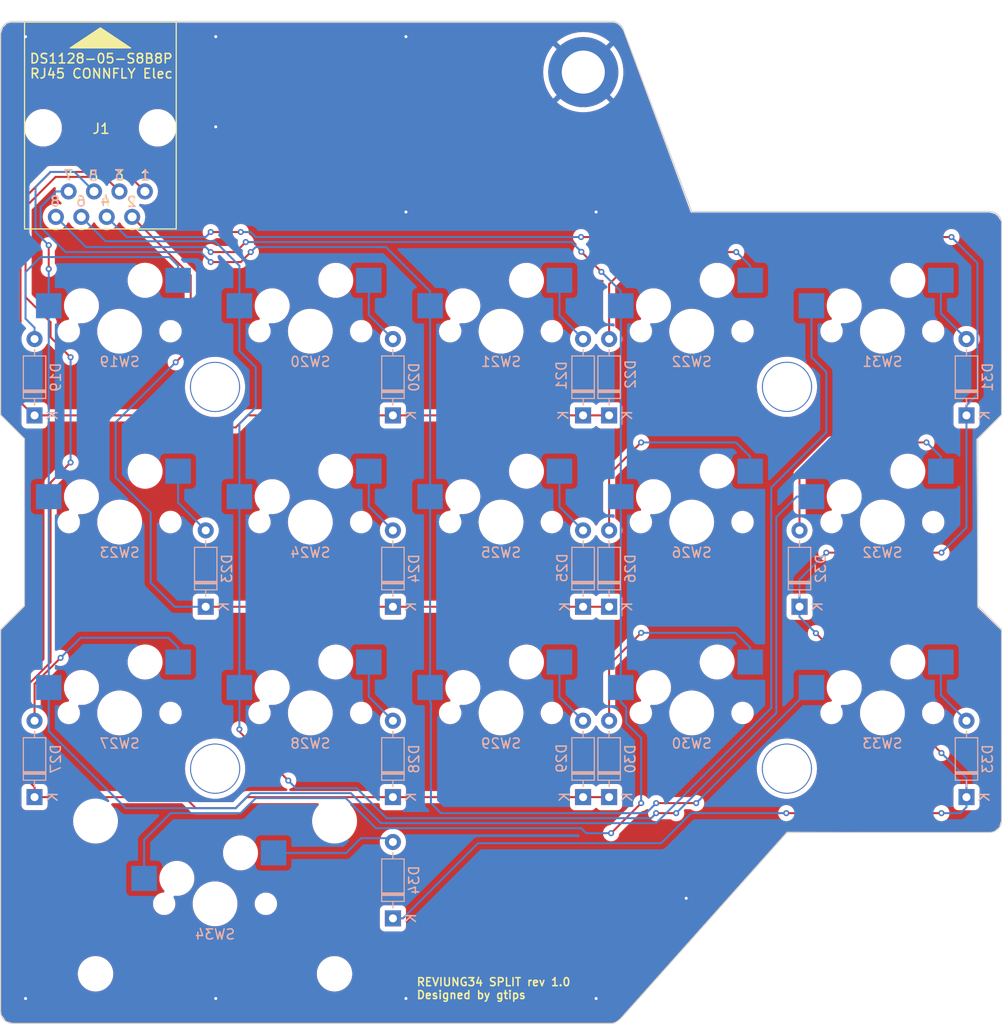
<source format=kicad_pcb>
(kicad_pcb (version 20221018) (generator pcbnew)
  (layers (0 "F.Cu" signal) (31 "B.Cu" signal) (34 "B.Paste" user) (35 "F.Paste" user) (36 "B.SilkS" user "B.Silkscreen") (37 "F.SilkS" user "F.Silkscreen") (38 "B.Mask" user) (39 "F.Mask" user) (44 "Edge.Cuts" user))
  (net 0 "")
  (net 1 "row0")
  (net 2 "row1")
  (net 3 "row2")
  (net 4 "row3")
  (net 5 "col5")
  (net 6 "col6")
  (net 7 "col7")
  (net 8 "col8")
  (net 9 "Net-(D19-Pad2)")
  (net 10 "Net-(D20-Pad2)")
  (net 11 "Net-(D21-Pad2)")
  (net 12 "Net-(D22-Pad2)")
  (net 13 "Net-(D23-Pad2)")
  (net 14 "Net-(D24-Pad2)")
  (net 15 "Net-(D25-Pad2)")
  (net 16 "Net-(D26-Pad2)")
  (net 17 "Net-(D27-Pad2)")
  (net 18 "Net-(D28-Pad2)")
  (net 19 "Net-(D29-Pad2)")
  (net 20 "Net-(D30-Pad2)")
  (net 21 "Net-(D31-Pad2)")
  (net 22 "Net-(D32-Pad2)")
  (net 23 "Net-(D33-Pad2)")
  (net 24 "Net-(D34-Pad2)")
  (net 25 "GND")
  (footprint "_reviung-kbd:RJ45-DS1128-05-S8B8P" (layer "F.Cu") (at 60.05 60.69 180)
    (fp_text reference "J1")
    (fp_text value "8P8C")
  )
  (footprint "_reviung-kbd:MXOnly-1U-Hotswap" (layer "F.Cu") (at 61.9 80.9)
    (fp_text reference "SW19")
    (fp_text value "SW_PUSH")
  )
  (footprint "_reviung-kbd:MXOnly-1U-Hotswap" (layer "F.Cu") (at 80.95 80.9)
    (fp_text reference "SW20")
    (fp_text value "SW_PUSH")
  )
  (footprint "_reviung-kbd:MXOnly-1U-Hotswap" (layer "F.Cu") (at 100 80.9)
    (fp_text reference "SW21")
    (fp_text value "SW_PUSH")
  )
  (footprint "_reviung-kbd:MXOnly-1U-Hotswap" (layer "F.Cu") (at 119.05 80.9)
    (fp_text reference "SW22")
    (fp_text value "SW_PUSH")
  )
  (footprint "_reviung-kbd:MXOnly-1U-Hotswap" (layer "F.Cu") (at 61.9 99.95)
    (fp_text reference "SW23")
    (fp_text value "SW_PUSH")
  )
  (footprint "_reviung-kbd:MXOnly-1U-Hotswap" (layer "F.Cu") (at 80.95 99.95)
    (fp_text reference "SW24")
    (fp_text value "SW_PUSH")
  )
  (footprint "_reviung-kbd:MXOnly-1U-Hotswap" (layer "F.Cu") (at 100 99.95)
    (fp_text reference "SW25")
    (fp_text value "SW_PUSH")
  )
  (footprint "_reviung-kbd:MXOnly-1U-Hotswap" (layer "F.Cu") (at 119.05 99.95)
    (fp_text reference "SW26")
    (fp_text value "SW_PUSH")
  )
  (footprint "_reviung-kbd:MXOnly-1U-Hotswap" (layer "F.Cu") (at 61.9 119)
    (fp_text reference "SW27")
    (fp_text value "SW_PUSH")
  )
  (footprint "_reviung-kbd:MXOnly-1U-Hotswap" (layer "F.Cu") (at 80.95 119)
    (fp_text reference "SW28")
    (fp_text value "SW_PUSH")
  )
  (footprint "_reviung-kbd:MXOnly-1U-Hotswap" (layer "F.Cu") (at 100 119)
    (fp_text reference "SW29")
    (fp_text value "SW_PUSH")
  )
  (footprint "_reviung-kbd:MXOnly-1U-Hotswap" (layer "F.Cu") (at 119.05 119)
    (fp_text reference "SW30")
    (fp_text value "SW_PUSH")
  )
  (footprint "_reviung-kbd:MXOnly-1U-Hotswap" (layer "F.Cu") (at 138.1 80.9)
    (fp_text reference "SW31")
    (fp_text value "SW_PUSH")
  )
  (footprint "_reviung-kbd:MXOnly-1U-Hotswap" (layer "F.Cu") (at 138.1 99.95)
    (fp_text reference "SW32")
    (fp_text value "SW_PUSH")
  )
  (footprint "_reviung-kbd:MXOnly-1U-Hotswap" (layer "F.Cu") (at 138.1 119)
    (fp_text reference "SW33")
    (fp_text value "SW_PUSH")
  )
  (footprint "_reviung-kbd:MXOnly-2U-Hotswap-ReversedStabilizers" (layer "F.Cu") (at 71.43 138.05)
    (fp_text reference "SW34")
    (fp_text value "SW_PUSH_2U")
  )
  (footprint "MountingHole:MountingHole_4.3mm_M4_ISO14580_Pad" (layer "F.Cu") (at 108.22 55.04)
    (fp_text reference "H1" hide)
    (fp_text value "MountingHole_Pad")
  )
  (footprint "_reviung-kbd:HOLE" (layer "F.Cu") (at 71.43 86.46)
    (fp_text reference "H2")
    (fp_text value "H2")
  )
  (footprint "_reviung-kbd:HOLE" (layer "F.Cu") (at 71.44 124.56)
    (fp_text reference "H3")
    (fp_text value "H3")
  )
  (footprint "_reviung-kbd:HOLE" (layer "F.Cu") (at 128.57 86.45)
    (fp_text reference "H4")
    (fp_text value "H4")
  )
  (footprint "_reviung-kbd:HOLE" (layer "F.Cu") (at 128.56 124.56)
    (fp_text reference "H5")
    (fp_text value "H5")
  )
  (footprint "Diode_THT:D_DO-35_SOD27_P7.62mm_Horizontal" (layer "B.Cu") (at 53.4 89.3 90)
    (fp_text reference "D19")
    (fp_text value "1N4148")
  )
  (footprint "Diode_THT:D_DO-35_SOD27_P7.62mm_Horizontal" (layer "B.Cu") (at 89.2 89.3 90)
    (fp_text reference "D20")
    (fp_text value "1N4148")
  )
  (footprint "Diode_THT:D_DO-35_SOD27_P7.62mm_Horizontal" (layer "B.Cu") (at 108.2 89.3 90)
    (fp_text reference "D21")
    (fp_text value "1N4148")
  )
  (footprint "Diode_THT:D_DO-35_SOD27_P7.62mm_Horizontal" (layer "B.Cu") (at 110.8 89.3 90)
    (fp_text reference "D22")
    (fp_text value "1N4148")
  )
  (footprint "Diode_THT:D_DO-35_SOD27_P7.62mm_Horizontal" (layer "B.Cu") (at 70.5 108.4 90)
    (fp_text reference "D23")
    (fp_text value "1N4148")
  )
  (footprint "Diode_THT:D_DO-35_SOD27_P7.62mm_Horizontal" (layer "B.Cu") (at 89.2 108.4 90)
    (fp_text reference "D24")
    (fp_text value "1N4148")
  )
  (footprint "Diode_THT:D_DO-35_SOD27_P7.62mm_Horizontal" (layer "B.Cu") (at 108.2 108.4 90)
    (fp_text reference "D25")
    (fp_text value "1N4148")
  )
  (footprint "Diode_THT:D_DO-35_SOD27_P7.62mm_Horizontal" (layer "B.Cu") (at 110.8 108.4 90)
    (fp_text reference "D26")
    (fp_text value "1N4148")
  )
  (footprint "Diode_THT:D_DO-35_SOD27_P7.62mm_Horizontal" (layer "B.Cu") (at 53.4 127.4 90)
    (fp_text reference "D27")
    (fp_text value "1N4148")
  )
  (footprint "Diode_THT:D_DO-35_SOD27_P7.62mm_Horizontal" (layer "B.Cu") (at 89.2 127.4 90)
    (fp_text reference "D28")
    (fp_text value "1N4148")
  )
  (footprint "Diode_THT:D_DO-35_SOD27_P7.62mm_Horizontal" (layer "B.Cu") (at 108.2 127.4 90)
    (fp_text reference "D29")
    (fp_text value "1N4148")
  )
  (footprint "Diode_THT:D_DO-35_SOD27_P7.62mm_Horizontal" (layer "B.Cu") (at 110.8 127.4 90)
    (fp_text reference "D30")
    (fp_text value "1N4148")
  )
  (footprint "Diode_THT:D_DO-35_SOD27_P7.62mm_Horizontal" (layer "B.Cu") (at 146.5 89.3 90)
    (fp_text reference "D31")
    (fp_text value "1N4148")
  )
  (footprint "Diode_THT:D_DO-35_SOD27_P7.62mm_Horizontal" (layer "B.Cu") (at 129.82 108.4 90)
    (fp_text reference "D32")
    (fp_text value "1N4148")
  )
  (footprint "Diode_THT:D_DO-35_SOD27_P7.62mm_Horizontal" (layer "B.Cu") (at 146.5 127.4 90)
    (fp_text reference "D33")
    (fp_text value "1N4148")
  )
  (footprint "Diode_THT:D_DO-35_SOD27_P7.62mm_Horizontal" (layer "B.Cu") (at 89.2 139.5 90)
    (fp_text reference "D34")
    (fp_text value "1N4148")
  )
  (gr_curve (pts (xy 50.009914 148.788914) (xy 50.009914 148.788612) (xy 50.01 110.68) (xy 50.01 110.68)) (stroke (width 0.1)) (layer "Edge.Cuts"))
  (gr_curve (pts (xy 112.192467 149.239296) (xy 112.192467 149.239296) (xy 111.586883 149.980917) (xy 111.088572 149.980917)) (stroke (width 0.1)) (layer "Edge.Cuts"))
  (gr_curve (pts (xy 150.010012 110.68) (xy 150.010012 110.68) (xy 150.010098 129.734134) (xy 150.010098 129.734435)) (stroke (width 0.1)) (layer "Edge.Cuts"))
  (gr_curve (pts (xy 128.57275 130.926438) (xy 128.57275 130.926438) (xy 112.192467 149.239296) (xy 112.192467 149.239296)) (stroke (width 0.1)) (layer "Edge.Cuts"))
  (gr_curve (pts (xy 51.202003 49.980905) (xy 51.202003 49.980905) (xy 111.08095 49.980905) (xy 111.08095 49.980905)) (stroke (width 0.1)) (layer "Edge.Cuts"))
  (gr_curve (pts (xy 112.208302 50.76145) (xy 112.208302 50.76145) (xy 119.055549 68.951991) (xy 119.055549 68.951991)) (stroke (width 0.1)) (layer "Edge.Cuts"))
  (gr_curve (pts (xy 50.01 89.241537) (xy 50.01 89.241537) (xy 50.01 51.172909) (xy 50.01 51.172909)) (stroke (width 0.1)) (layer "Edge.Cuts"))
  (gr_curve (pts (xy 50.01 110.68) (xy 50.01 110.68) (xy 52.39392 108.295994) (xy 52.39392 108.295994)) (stroke (width 0.1)) (layer "Edge.Cuts"))
  (gr_curve (pts (xy 51.201917 149.980917) (xy 50.543581 149.980917) (xy 50.009914 149.447229) (xy 50.009914 148.788914)) (stroke (width 0.1)) (layer "Edge.Cuts"))
  (gr_curve (pts (xy 50.01 51.172909) (xy 50.01 50.514594) (xy 50.543689 49.980905) (xy 51.202003 49.980905)) (stroke (width 0.1)) (layer "Edge.Cuts"))
  (gr_curve (pts (xy 119.055549 68.951991) (xy 119.055549 68.951991) (xy 148.818009 68.951991) (xy 148.818009 68.951991)) (stroke (width 0.1)) (layer "Edge.Cuts"))
  (gr_curve (pts (xy 150.010098 129.734435) (xy 150.010098 130.392772) (xy 149.47641 130.926438) (xy 148.818095 130.926438)) (stroke (width 0.1)) (layer "Edge.Cuts"))
  (gr_curve (pts (xy 52.39392 91.625543) (xy 52.39392 91.625543) (xy 50.01 89.241537) (xy 50.01 89.241537)) (stroke (width 0.1)) (layer "Edge.Cuts"))
  (gr_curve (pts (xy 150.010012 70.143994) (xy 150.010012 70.143994) (xy 150.010012 89.241537) (xy 150.010012 89.241537)) (stroke (width 0.1)) (layer "Edge.Cuts"))
  (gr_curve (pts (xy 147.626092 108.295994) (xy 147.626092 108.295994) (xy 150.010012 110.68) (xy 150.010012 110.68)) (stroke (width 0.1)) (layer "Edge.Cuts"))
  (gr_curve (pts (xy 111.088572 149.980917) (xy 111.088572 149.980917) (xy 51.201917 149.980917) (xy 51.201917 149.980917)) (stroke (width 0.1)) (layer "Edge.Cuts"))
  (gr_curve (pts (xy 147.626092 91.625543) (xy 147.626092 91.625543) (xy 147.626092 108.295994) (xy 147.626092 108.295994)) (stroke (width 0.1)) (layer "Edge.Cuts"))
  (gr_curve (pts (xy 148.818009 68.951991) (xy 149.476324 68.951991) (xy 150.010012 69.485658) (xy 150.010012 70.143994)) (stroke (width 0.1)) (layer "Edge.Cuts"))
  (gr_curve (pts (xy 150.010012 89.241537) (xy 150.010012 89.241537) (xy 147.626092 91.625543) (xy 147.626092 91.625543)) (stroke (width 0.1)) (layer "Edge.Cuts"))
  (gr_curve (pts (xy 111.08095 49.980905) (xy 111.595023 49.980905) (xy 112.040999 50.305384) (xy 112.208302 50.76145)) (stroke (width 0.1)) (layer "Edge.Cuts"))
  (gr_curve (pts (xy 148.818095 130.926438) (xy 148.818095 130.926438) (xy 128.57275 130.926438) (xy 128.57275 130.926438)) (stroke (width 0.1)) (layer "Edge.Cuts"))
  (gr_curve (pts (xy 52.39392 108.295994) (xy 52.39392 108.295994) (xy 52.39392 91.625543) (xy 52.39392 91.625543)) (stroke (width 0.1)) (layer "Edge.Cuts"))
  (gr_text "REVIUNG34 SPLIT rev 1.0\nDesigned by gtips" (at 91.5 146.5) (layer "F.SilkS") (effects (font (size 0.8 0.8)) (justify left)))
  (segment (start 53.4 89.3) (end 54.4 89.3) (width 0.2) (layer "F.Cu") (net 1))
  (segment (start 69.5 90.5) (end 68.3 89.3) (width 0.2) (layer "F.Cu") (net 1))
  (segment (start 74.7 89.3) (end 73.5 90.5) (width 0.2) (layer "F.Cu") (net 1))
  (segment (start 74.7 89.3) (end 89.2 89.3) (width 0.2) (layer "F.Cu") (net 1))
  (segment (start 73.5 90.5) (end 69.5 90.5) (width 0.2) (layer "F.Cu") (net 1))
  (segment (start 62.47 65) (end 64.42 66.95) (width 0.2) (layer "F.Cu") (net 1))
  (segment (start 52 68) (end 55 65) (width 0.2) (layer "F.Cu") (net 1))
  (segment (start 55 65) (end 62.47 65) (width 0.2) (layer "F.Cu") (net 1))
  (segment (start 53.3 89.3) (end 52 88) (width 0.2) (layer "F.Cu") (net 1))
  (segment (start 53.4 89.3) (end 53.3 89.3) (width 0.2) (layer "F.Cu") (net 1))
  (segment (start 52 88) (end 52 68) (width 0.2) (layer "F.Cu") (net 1))
  (segment (start 108.2 89.3) (end 110.8 89.3) (width 0.2) (layer "F.Cu") (net 1))
  (segment (start 89.2 89.3) (end 108.2 89.3) (width 0.2) (layer "F.Cu") (net 1))
  (segment (start 54.4 89.3) (end 68.3 89.3) (width 0.2) (layer "F.Cu") (net 1))
  (segment (start 67.5 84) (end 67.5 84) (width 0.2) (layer "F.Cu") (net 2))
  (segment (start 69 75.34) (end 69 82.5) (width 0.2) (layer "F.Cu") (net 2))
  (segment (start 69 82.5) (end 67.5 84) (width 0.2) (layer "F.Cu") (net 2))
  (segment (start 108.2 108.4) (end 110.8 108.4) (width 0.2) (layer "F.Cu") (net 2))
  (segment (start 70.5 108.4) (end 89.2 108.4) (width 0.2) (layer "F.Cu") (net 2))
  (segment (start 63.15 69.49) (end 69 75.34) (width 0.2) (layer "F.Cu") (net 2))
  (segment (start 89.2 108.4) (end 108.2 108.4) (width 0.2) (layer "F.Cu") (net 2))
  (via (at 67.5 84) (size 0.6) (drill 0.3) (layers "F.Cu" "B.Cu") (net 2))
  (segment (start 61.5 90) (end 61.5 95.5) (width 0.2) (layer "B.Cu") (net 2))
  (segment (start 67.4 108.4) (end 70.5 108.4) (width 0.2) (layer "B.Cu") (net 2))
  (segment (start 65 106) (end 67.4 108.4) (width 0.2) (layer "B.Cu") (net 2))
  (segment (start 67.5 84) (end 61.5 90) (width 0.2) (layer "B.Cu") (net 2))
  (segment (start 65 99) (end 65 106) (width 0.2) (layer "B.Cu") (net 2))
  (segment (start 61.5 95.5) (end 65 99) (width 0.2) (layer "B.Cu") (net 2))
  (segment (start 57 83.5) (end 57 83.5) (width 0.2) (layer "F.Cu") (net 3))
  (segment (start 57 94) (end 57 94) (width 0.2) (layer "F.Cu") (net 3))
  (segment (start 55 81.5) (end 55 80) (width 0.2) (layer "F.Cu") (net 3))
  (segment (start 52 116.9343) (end 52 125) (width 0.2) (layer "F.Cu") (net 3))
  (segment (start 89.2 127.4) (end 108.2 127.4) (width 0.2) (layer "F.Cu") (net 3))
  (segment (start 60.43 65.5) (end 61.88 66.95) (width 0.2) (layer "F.Cu") (net 3))
  (segment (start 55 96) (end 55 113.9343) (width 0.2) (layer "F.Cu") (net 3))
  (segment (start 108.2 127.4) (end 110.8 127.4) (width 0.2) (layer "F.Cu") (net 3))
  (segment (start 55.5 65.5) (end 60.43 65.5) (width 0.2) (layer "F.Cu") (net 3))
  (segment (start 53.4 126.4) (end 53.4 127.4) (width 0.2) (layer "F.Cu") (net 3))
  (segment (start 74.6 127.4) (end 89.2 127.4) (width 0.2) (layer "F.Cu") (net 3))
  (segment (start 52.5 77.5) (end 52.5 68.5) (width 0.2) (layer "F.Cu") (net 3))
  (segment (start 53.4 127.4) (end 68.4 127.4) (width 0.2) (layer "F.Cu") (net 3))
  (segment (start 68.4 127.4) (end 69.5 128.5) (width 0.2) (layer "F.Cu") (net 3))
  (segment (start 55 96) (end 57 94) (width 0.2) (layer "F.Cu") (net 3))
  (segment (start 52.5 68.5) (end 55.5 65.5) (width 0.2) (layer "F.Cu") (net 3))
  (segment (start 55 113.9343) (end 52 116.9343) (width 0.2) (layer "F.Cu") (net 3))
  (segment (start 57 83.5) (end 55 81.5) (width 0.2) (layer "F.Cu") (net 3))
  (segment (start 69.5 128.5) (end 73.5 128.5) (width 0.2) (layer "F.Cu") (net 3))
  (segment (start 55 80) (end 52.5 77.5) (width 0.2) (layer "F.Cu") (net 3))
  (segment (start 73.5 128.5) (end 74.6 127.4) (width 0.2) (layer "F.Cu") (net 3))
  (segment (start 52 125) (end 53.4 126.4) (width 0.2) (layer "F.Cu") (net 3))
  (via (at 57 83.5) (size 0.6) (drill 0.3) (layers "F.Cu" "B.Cu") (net 3))
  (via (at 57 94) (size 0.6) (drill 0.3) (layers "F.Cu" "B.Cu") (net 3))
  (segment (start 57 83.5) (end 57 94) (width 0.2) (layer "B.Cu") (net 3))
  (segment (start 128.5 129) (end 144 129) (width 0.2) (layer "F.Cu") (net 4))
  (segment (start 71 71) (end 74 71) (width 0.2) (layer "F.Cu") (net 4))
  (segment (start 145 71.5) (end 108 71.5) (width 0.2) (layer "F.Cu") (net 4))
  (segment (start 141 118) (end 141 120) (width 0.2) (layer "F.Cu") (net 4))
  (segment (start 133.92 113.5) (end 136.5 113.5) (width 0.2) (layer "F.Cu") (net 4))
  (segment (start 132.5 103) (end 144 103) (width 0.2) (layer "F.Cu") (net 4))
  (segment (start 131.46 111.04) (end 133.92 113.5) (width 0.2) (layer "F.Cu") (net 4))
  (segment (start 141 120) (end 144 123) (width 0.2) (layer "F.Cu") (net 4))
  (segment (start 136.5 113.5) (end 141 118) (width 0.2) (layer "F.Cu") (net 4))
  (via (at 144 103) (size 0.6) (drill 0.3) (layers "F.Cu" "B.Cu") (net 4))
  (via (at 71 71) (size 0.6) (drill 0.3) (layers "F.Cu" "B.Cu") (net 4))
  (via (at 74 71) (size 0.6) (drill 0.3) (layers "F.Cu" "B.Cu") (net 4))
  (via (at 132.5 103) (size 0.6) (drill 0.3) (layers "F.Cu" "B.Cu") (net 4))
  (via (at 144 123) (size 0.6) (drill 0.3) (layers "F.Cu" "B.Cu") (net 4))
  (via (at 131.46 111.04) (size 0.6) (drill 0.3) (layers "F.Cu" "B.Cu") (net 4))
  (via (at 108 71.5) (size 0.6) (drill 0.3) (layers "F.Cu" "B.Cu") (net 4))
  (via (at 128.5 129) (size 0.6) (drill 0.3) (layers "F.Cu" "B.Cu") (net 4))
  (via (at 144 129) (size 0.6) (drill 0.3) (layers "F.Cu" "B.Cu") (net 4))
  (via (at 145 71.5) (size 0.6) (drill 0.3) (layers "F.Cu" "B.Cu") (net 4))
  (segment (start 145 71.5) (end 145 71.5) (width 0.2) (layer "B.Cu") (net 4))
  (segment (start 132.5 103) (end 132.5 103) (width 0.2) (layer "B.Cu") (net 4))
  (segment (start 144 103) (end 144 103) (width 0.2) (layer "B.Cu") (net 4))
  (segment (start 144 123) (end 146.5 125.5) (width 0.2) (layer "B.Cu") (net 4))
  (segment (start 144 129) (end 145.9 129) (width 0.2) (layer "B.Cu") (net 4))
  (segment (start 71 71) (end 71 71) (width 0.2) (layer "B.Cu") (net 4))
  (segment (start 74 71) (end 74 71) (width 0.2) (layer "B.Cu") (net 4))
  (segment (start 129.82 105.68) (end 129.82 108.4) (width 0.2) (layer "B.Cu") (net 4))
  (segment (start 97.7 132) (end 116 132) (width 0.2) (layer "B.Cu") (net 4))
  (segment (start 147.600001 87.199999) (end 146.5 88.3) (width 0.2) (layer "B.Cu") (net 4))
  (segment (start 90.2 139.5) (end 97.7 132) (width 0.2) (layer "B.Cu") (net 4))
  (segment (start 146.5 88.3) (end 146.5 89.3) (width 0.2) (layer "B.Cu") (net 4))
  (segment (start 70.5 71.5) (end 71 71) (width 0.2) (layer "B.Cu") (net 4))
  (segment (start 75 71) (end 75.5 71.5) (width 0.2) (layer "B.Cu") (net 4))
  (segment (start 60.61 69.49) (end 62.62 71.5) (width 0.2) (layer "B.Cu") (net 4))
  (segment (start 62.62 71.5) (end 70.5 71.5) (width 0.2) (layer "B.Cu") (net 4))
  (segment (start 129.82 108.4) (end 129.82 109.4) (width 0.2) (layer "B.Cu") (net 4))
  (segment (start 146.5 128.4) (end 146.5 127.4) (width 0.2) (layer "B.Cu") (net 4))
  (segment (start 147.600001 74.100001) (end 147.600001 87.199999) (width 0.2) (layer "B.Cu") (net 4))
  (segment (start 74 71) (end 75 71) (width 0.2) (layer "B.Cu") (net 4))
  (segment (start 146.5 125.5) (end 146.5 127.4) (width 0.2) (layer "B.Cu") (net 4))
  (segment (start 116 132) (end 119 129) (width 0.2) (layer "B.Cu") (net 4))
  (segment (start 129.82 109.4) (end 131.46 111.04) (width 0.2) (layer "B.Cu") (net 4))
  (segment (start 75.5 71.5) (end 108 71.5) (width 0.2) (layer "B.Cu") (net 4))
  (segment (start 146.5 100.5) (end 144 103) (width 0.2) (layer "B.Cu") (net 4))
  (segment (start 145 71.5) (end 147.600001 74.100001) (width 0.2) (layer "B.Cu") (net 4))
  (segment (start 145.9 129) (end 146.5 128.4) (width 0.2) (layer "B.Cu") (net 4))
  (segment (start 132.5 103) (end 129.82 105.68) (width 0.2) (layer "B.Cu") (net 4))
  (segment (start 89.2 139.5) (end 90.2 139.5) (width 0.2) (layer "B.Cu") (net 4))
  (segment (start 119 129) (end 128.5 129) (width 0.2) (layer "B.Cu") (net 4))
  (segment (start 146.5 89.3) (end 146.5 100.5) (width 0.2) (layer "B.Cu") (net 4))
  (segment (start 54.815 72.315) (end 54.815 74.685) (width 0.2) (layer "F.Cu") (net 5))
  (via (at 54.815 74.685) (size 0.6) (drill 0.3) (layers "F.Cu" "B.Cu") (net 5))
  (via (at 54.815 72.315) (size 0.6) (drill 0.3) (layers "F.Cu" "B.Cu") (net 5))
  (segment (start 54.815 72.315) (end 53.5 71) (width 0.2) (layer "B.Cu") (net 5))
  (segment (start 53.5 66.5) (end 53.5 71) (width 0.2) (layer "B.Cu") (net 5))
  (segment (start 131.015 83.485) (end 132.5 84.97) (width 0.2) (layer "B.Cu") (net 5))
  (segment (start 85 127) (end 88 130) (width 0.2) (layer "B.Cu") (net 5))
  (segment (start 131.015 78.36) (end 131.015 83.485) (width 0.2) (layer "B.Cu") (net 5))
  (segment (start 75 127) (end 85 127) (width 0.2) (layer "B.Cu") (net 5))
  (segment (start 62.5 128.5) (end 73.5 128.5) (width 0.2) (layer "B.Cu") (net 5))
  (segment (start 127 118.5) (end 115.5 130) (width 0.2) (layer "B.Cu") (net 5))
  (segment (start 54.815 78.36) (end 54.815 79.81) (width 0.2) (layer "B.Cu") (net 5))
  (segment (start 54.815 79.81) (end 54.815 97.41) (width 0.2) (layer "B.Cu") (net 5))
  (segment (start 88.5 130) (end 89 130) (width 0.2) (layer "B.Cu") (net 5))
  (segment (start 132.5 84.97) (end 132.5 91) (width 0.2) (layer "B.Cu") (net 5))
  (segment (start 54.815 72.315) (end 54.815 72.315) (width 0.2) (layer "B.Cu") (net 5))
  (segment (start 115.5 130) (end 89 130) (width 0.2) (layer "B.Cu") (net 5))
  (segment (start 55 65) (end 53.5 66.5) (width 0.2) (layer "B.Cu") (net 5))
  (segment (start 59.34 66.95) (end 57.39 65) (width 0.2) (layer "B.Cu") (net 5))
  (segment (start 57.39 65) (end 55 65) (width 0.2) (layer "B.Cu") (net 5))
  (segment (start 54.815 116.46) (end 54.815 120.815) (width 0.2) (layer "B.Cu") (net 5))
  (segment (start 127 96.5) (end 127 118.5) (width 0.2) (layer "B.Cu") (net 5))
  (segment (start 88 130) (end 89 130) (width 0.2) (layer "B.Cu") (net 5))
  (segment (start 132.5 91) (end 127 96.5) (width 0.2) (layer "B.Cu") (net 5))
  (segment (start 73.5 128.5) (end 75 127) (width 0.2) (layer "B.Cu") (net 5))
  (segment (start 54.815 98.86) (end 54.815 116.46) (width 0.2) (layer "B.Cu") (net 5))
  (segment (start 54.815 74.685) (end 54.815 78.36) (width 0.2) (layer "B.Cu") (net 5))
  (segment (start 54.815 97.41) (end 54.815 98.86) (width 0.2) (layer "B.Cu") (net 5))
  (segment (start 54.815 120.815) (end 62.5 128.5) (width 0.2) (layer "B.Cu") (net 5))
  (segment (start 73.865 120.865) (end 73.865 120.635) (width 0.2) (layer "F.Cu") (net 6))
  (segment (start 78.75 125.75) (end 73.865 120.865) (width 0.2) (layer "F.Cu") (net 6))
  (segment (start 115.5 129) (end 117.5 129) (width 0.2) (layer "F.Cu") (net 6))
  (via (at 117.5 129) (size 0.6) (drill 0.3) (layers "F.Cu" "B.Cu") (net 6))
  (via (at 115.5 129) (size 0.6) (drill 0.3) (layers "F.Cu" "B.Cu") (net 6))
  (via (at 78.75 125.75) (size 0.6) (drill 0.3) (layers "F.Cu" "B.Cu") (net 6))
  (via (at 73.865 120.635) (size 0.6) (drill 0.3) (layers "F.Cu" "B.Cu") (net 6))
  (segment (start 115.5 129) (end 115.5 129) (width 0.2) (layer "B.Cu") (net 6))
  (segment (start 73.865 120.635) (end 73.865 120.865) (width 0.2) (layer "B.Cu") (net 6))
  (segment (start 78.75 125.75) (end 79.5 126.5) (width 0.2) (layer "B.Cu") (net 6))
  (segment (start 88.5657 129.5) (end 115 129.5) (width 0.2) (layer "B.Cu") (net 6))
  (segment (start 115.200001 129.299999) (end 115.5 129) (width 0.2) (layer "B.Cu") (net 6))
  (segment (start 58.07 69.49) (end 60.5 71.92) (width 0.2) (layer "B.Cu") (net 6))
  (segment (start 73.865 74.365) (end 73.865 78.36) (width 0.2) (layer "B.Cu") (net 6))
  (segment (start 71.42 71.92) (end 73.865 74.365) (width 0.2) (layer "B.Cu") (net 6))
  (segment (start 85.5657 126.5) (end 88.5657 129.5) (width 0.2) (layer "B.Cu") (net 6))
  (segment (start 75.5 88.5) (end 73.865 90.135) (width 0.2) (layer "B.Cu") (net 6))
  (segment (start 60.5 71.92) (end 71.42 71.92) (width 0.2) (layer "B.Cu") (net 6))
  (segment (start 127.5 118.5) (end 127.5 100.5) (width 0.2) (layer "B.Cu") (net 6))
  (segment (start 73.865 78.36) (end 73.865 82.865) (width 0.2) (layer "B.Cu") (net 6))
  (segment (start 73.865 116.46) (end 73.865 120.635) (width 0.2) (layer "B.Cu") (net 6))
  (segment (start 115 129.5) (end 115.200001 129.299999) (width 0.2) (layer "B.Cu") (net 6))
  (segment (start 127.5 119) (end 127.5 118.5) (width 0.2) (layer "B.Cu") (net 6))
  (segment (start 79.5 126.5) (end 85.5657 126.5) (width 0.2) (layer "B.Cu") (net 6))
  (segment (start 129.54 97.41) (end 127.5 99.45) (width 0.2) (layer "B.Cu") (net 6))
  (segment (start 75.5 84.5) (end 75.5 88.5) (width 0.2) (layer "B.Cu") (net 6))
  (segment (start 73.865 82.865) (end 75.5 84.5) (width 0.2) (layer "B.Cu") (net 6))
  (segment (start 127.5 100.5) (end 127.5 100) (width 0.2) (layer "B.Cu") (net 6))
  (segment (start 131.015 97.41) (end 129.54 97.41) (width 0.2) (layer "B.Cu") (net 6))
  (segment (start 73.865 97.41) (end 73.865 116.46) (width 0.2) (layer "B.Cu") (net 6))
  (segment (start 127.5 99.45) (end 127.5 100.5) (width 0.2) (layer "B.Cu") (net 6))
  (segment (start 73.865 90.135) (end 73.865 97.41) (width 0.2) (layer "B.Cu") (net 6))
  (segment (start 117.5 129) (end 127.5 119) (width 0.2) (layer "B.Cu") (net 6))
  (segment (start 75 73) (end 75 73) (width 0.2) (layer "F.Cu") (net 7))
  (segment (start 74 74) (end 75 73) (width 0.2) (layer "F.Cu") (net 7))
  (segment (start 115.5 128) (end 119.5 128) (width 0.2) (layer "F.Cu") (net 7))
  (segment (start 71 74) (end 74 74) (width 0.2) (layer "F.Cu") (net 7))
  (via (at 75 73) (size 0.6) (drill 0.3) (layers "F.Cu" "B.Cu") (net 7))
  (via (at 119.5 128) (size 0.6) (drill 0.3) (layers "F.Cu" "B.Cu") (net 7))
  (via (at 71 74) (size 0.6) (drill 0.3) (layers "F.Cu" "B.Cu") (net 7))
  (via (at 115.5 128) (size 0.6) (drill 0.3) (layers "F.Cu" "B.Cu") (net 7))
  (segment (start 71 74) (end 71 74) (width 0.2) (layer "B.Cu") (net 7))
  (segment (start 115.5 128) (end 115.5 128) (width 0.2) (layer "B.Cu") (net 7))
  (segment (start 87.5 72.5) (end 88 72.5) (width 0.2) (layer "B.Cu") (net 7))
  (segment (start 75.5 72.5) (end 87.5 72.5) (width 0.2) (layer "B.Cu") (net 7))
  (segment (start 56.8 66.95) (end 55.55 66.95) (width 0.2) (layer "B.Cu") (net 7))
  (segment (start 131.015 116.485) (end 131.015 116.46) (width 0.2) (layer "B.Cu") (net 7))
  (segment (start 55.55 66.95) (end 54 68.5) (width 0.2) (layer "B.Cu") (net 7))
  (segment (start 56.5 73) (end 70 73) (width 0.2) (layer "B.Cu") (net 7))
  (segment (start 54 70.5) (end 56.5 73) (width 0.2) (layer "B.Cu") (net 7))
  (segment (start 92.915 116.46) (end 92.915 117.91) (width 0.2) (layer "B.Cu") (net 7))
  (segment (start 92.915 97.41) (end 92.915 116.46) (width 0.2) (layer "B.Cu") (net 7))
  (segment (start 75 73) (end 75.5 72.5) (width 0.2) (layer "B.Cu") (net 7))
  (segment (start 94 129) (end 114.5 129) (width 0.2) (layer "B.Cu") (net 7))
  (segment (start 119.5 128) (end 131.015 116.485) (width 0.2) (layer "B.Cu") (net 7))
  (segment (start 92.915 76.91) (end 88.505 72.5) (width 0.2) (layer "B.Cu") (net 7))
  (segment (start 54 68.5) (end 54 70.5) (width 0.2) (layer "B.Cu") (net 7))
  (segment (start 93 117.995) (end 93 128) (width 0.2) (layer "B.Cu") (net 7))
  (segment (start 92.915 78.36) (end 92.915 76.91) (width 0.2) (layer "B.Cu") (net 7))
  (segment (start 92.915 117.91) (end 93 117.995) (width 0.2) (layer "B.Cu") (net 7))
  (segment (start 88.505 72.5) (end 87.5 72.5) (width 0.2) (layer "B.Cu") (net 7))
  (segment (start 70 73) (end 71 74) (width 0.2) (layer "B.Cu") (net 7))
  (segment (start 92.915 78.36) (end 92.915 97.41) (width 0.2) (layer "B.Cu") (net 7))
  (segment (start 114.5 129) (end 115.5 128) (width 0.2) (layer "B.Cu") (net 7))
  (segment (start 93 128) (end 94 129) (width 0.2) (layer "B.Cu") (net 7))
  (segment (start 74.5 72) (end 74.5 72) (width 0.2) (layer "F.Cu") (net 8))
  (segment (start 111 131) (end 111 131) (width 0.2) (layer "F.Cu") (net 8))
  (segment (start 108.0275 72.9725) (end 110.0275 74.9725) (width 0.2) (layer "F.Cu") (net 8))
  (segment (start 73.5 73) (end 74.5 72) (width 0.2) (layer "F.Cu") (net 8))
  (segment (start 114 128) (end 111 131) (width 0.2) (layer "F.Cu") (net 8))
  (segment (start 71 73) (end 73.5 73) (width 0.2) (layer "F.Cu") (net 8))
  (via (at 111 131) (size 0.6) (drill 0.3) (layers "F.Cu" "B.Cu") (net 8))
  (via (at 108.0275 72.9725) (size 0.6) (drill 0.3) (layers "F.Cu" "B.Cu") (net 8))
  (via (at 71 73) (size 0.6) (drill 0.3) (layers "F.Cu" "B.Cu") (net 8))
  (via (at 110.0275 74.9725) (size 0.6) (drill 0.3) (layers "F.Cu" "B.Cu") (net 8))
  (via (at 114 128) (size 0.6) (drill 0.3) (layers "F.Cu" "B.Cu") (net 8))
  (via (at 74.5 72) (size 0.6) (drill 0.3) (layers "F.Cu" "B.Cu") (net 8))
  (segment (start 71 73) (end 71 73) (width 0.2) (layer "B.Cu") (net 8))
  (segment (start 114 128) (end 114 128) (width 0.2) (layer "B.Cu") (net 8))
  (segment (start 110.0275 74.9725) (end 111.965 76.91) (width 0.2) (layer "B.Cu") (net 8))
  (segment (start 111.965 117.91) (end 112.5 118.445) (width 0.2) (layer "B.Cu") (net 8))
  (segment (start 84.5 127.5) (end 87.5 130.5) (width 0.2) (layer "B.Cu") (net 8))
  (segment (start 111.965 76.91) (end 111.965 78.36) (width 0.2) (layer "B.Cu") (net 8))
  (segment (start 108 130.5) (end 108.5 131) (width 0.2) (layer "B.Cu") (net 8))
  (segment (start 75.5 127.5) (end 84.5 127.5) (width 0.2) (layer "B.Cu") (net 8))
  (segment (start 111.965 116.46) (end 111.965 117.91) (width 0.2) (layer "B.Cu") (net 8))
  (segment (start 70.5 72.5) (end 71 73) (width 0.2) (layer "B.Cu") (net 8))
  (segment (start 74 129) (end 75.5 127.5) (width 0.2) (layer "B.Cu") (net 8))
  (segment (start 111.965 90.275002) (end 111.965 97.41) (width 0.2) (layer "B.Cu") (net 8))
  (segment (start 111.965 97.41) (end 111.965 98.86) (width 0.2) (layer "B.Cu") (net 8))
  (segment (start 108.5 131) (end 111 131) (width 0.2) (layer "B.Cu") (net 8))
  (segment (start 67 129) (end 74 129) (width 0.2) (layer "B.Cu") (net 8))
  (segment (start 58.54 72.5) (end 70.5 72.5) (width 0.2) (layer "B.Cu") (net 8))
  (segment (start 55.53 69.49) (end 58.54 72.5) (width 0.2) (layer "B.Cu") (net 8))
  (segment (start 114 121.5) (end 114 128) (width 0.2) (layer "B.Cu") (net 8))
  (segment (start 107.055 72) (end 108.0275 72.9725) (width 0.2) (layer "B.Cu") (net 8))
  (segment (start 64.345 135.51) (end 64.345 131.655) (width 0.2) (layer "B.Cu") (net 8))
  (segment (start 111.965 98.86) (end 111.965 116.46) (width 0.2) (layer "B.Cu") (net 8))
  (segment (start 87.5 130.5) (end 108 130.5) (width 0.2) (layer "B.Cu") (net 8))
  (segment (start 112.5 118.445) (end 112.5 120) (width 0.2) (layer "B.Cu") (net 8))
  (segment (start 74.5 72) (end 107.055 72) (width 0.2) (layer "B.Cu") (net 8))
  (segment (start 112.5 120) (end 114 121.5) (width 0.2) (layer "B.Cu") (net 8))
  (segment (start 64.345 131.655) (end 67 129) (width 0.2) (layer "B.Cu") (net 8))
  (segment (start 111.965 78.36) (end 111.965 90.275002) (width 0.2) (layer "B.Cu") (net 8))
  (segment (start 67.717 75.82) (end 67.742 75.82) (width 0.2) (layer "B.Cu") (net 9))
  (segment (start 67.742 74.37) (end 67.742 75.82) (width 0.2) (layer "B.Cu") (net 9))
  (segment (start 53.4 80.54863) (end 52.5 79.64863) (width 0.2) (layer "B.Cu") (net 9))
  (segment (start 53.4 81.68) (end 53.4 80.54863) (width 0.2) (layer "B.Cu") (net 9))
  (segment (start 66.872 73.5) (end 67.742 74.37) (width 0.2) (layer "B.Cu") (net 9))
  (segment (start 52.5 75) (end 54 73.5) (width 0.2) (layer "B.Cu") (net 9))
  (segment (start 54 73.5) (end 66.872 73.5) (width 0.2) (layer "B.Cu") (net 9))
  (segment (start 52.5 79.64863) (end 52.5 75) (width 0.2) (layer "B.Cu") (net 9))
  (segment (start 86.792 75.82) (end 86.792 79.272) (width 0.2) (layer "B.Cu") (net 10))
  (segment (start 86.792 79.272) (end 89.2 81.68) (width 0.2) (layer "B.Cu") (net 10))
  (segment (start 105.842 79.322) (end 108.2 81.68) (width 0.2) (layer "B.Cu") (net 11))
  (segment (start 105.842 75.82) (end 105.842 79.322) (width 0.2) (layer "B.Cu") (net 11))
  (segment (start 110.8 76.2) (end 114 73) (width 0.2) (layer "F.Cu") (net 12))
  (segment (start 114 73) (end 123.5 73) (width 0.2) (layer "F.Cu") (net 12))
  (segment (start 110.8 81.68) (end 110.8 76.2) (width 0.2) (layer "F.Cu") (net 12))
  (via (at 123.5 73) (size 0.6) (drill 0.3) (layers "F.Cu" "B.Cu") (net 12))
  (segment (start 123.5 73) (end 123.522 73) (width 0.2) (layer "B.Cu") (net 12))
  (segment (start 124.892 74.37) (end 124.892 75.82) (width 0.2) (layer "B.Cu") (net 12))
  (segment (start 123.522 73) (end 124.892 74.37) (width 0.2) (layer "B.Cu") (net 12))
  (segment (start 67.742 98.022) (end 70.5 100.78) (width 0.2) (layer "B.Cu") (net 13))
  (segment (start 67.742 94.87) (end 67.742 98.022) (width 0.2) (layer "B.Cu") (net 13))
  (segment (start 86.792 94.87) (end 86.792 98.372) (width 0.2) (layer "B.Cu") (net 14))
  (segment (start 86.792 98.372) (end 89.2 100.78) (width 0.2) (layer "B.Cu") (net 14))
  (segment (start 105.842 98.422) (end 108.2 100.78) (width 0.2) (layer "B.Cu") (net 15))
  (segment (start 105.842 94.87) (end 105.842 98.422) (width 0.2) (layer "B.Cu") (net 15))
  (segment (start 114 92) (end 114 92) (width 0.2) (layer "F.Cu") (net 16))
  (segment (start 110.8 95.2) (end 114 92) (width 0.2) (layer "F.Cu") (net 16))
  (segment (start 110.8 100.78) (end 110.8 95.2) (width 0.2) (layer "F.Cu") (net 16))
  (via (at 114 92) (size 0.6) (drill 0.3) (layers "F.Cu" "B.Cu") (net 16))
  (segment (start 114 92) (end 123.472 92) (width 0.2) (layer "B.Cu") (net 16))
  (segment (start 123.472 92) (end 124.892 93.42) (width 0.2) (layer "B.Cu") (net 16))
  (segment (start 124.892 93.42) (end 124.892 94.87) (width 0.2) (layer "B.Cu") (net 16))
  (segment (start 56 113.5) (end 53.4 116.1) (width 0.2) (layer "F.Cu") (net 17))
  (segment (start 53.4 116.1) (end 53.4 119.78) (width 0.2) (layer "F.Cu") (net 17))
  (via (at 56 113.5) (size 0.6) (drill 0.3) (layers "F.Cu" "B.Cu") (net 17))
  (segment (start 56 113.5) (end 58 111.5) (width 0.2) (layer "B.Cu") (net 17))
  (segment (start 67.742 113.92) (end 67.742 112.47) (width 0.2) (layer "B.Cu") (net 17))
  (segment (start 67.742 112.47) (end 66.772 111.5) (width 0.2) (layer "B.Cu") (net 17))
  (segment (start 66.772 111.5) (end 58 111.5) (width 0.2) (layer "B.Cu") (net 17))
  (segment (start 86.792 117.372) (end 89.2 119.78) (width 0.2) (layer "B.Cu") (net 18))
  (segment (start 86.792 113.92) (end 86.792 117.372) (width 0.2) (layer "B.Cu") (net 18))
  (segment (start 105.842 113.92) (end 105.842 117.422) (width 0.2) (layer "B.Cu") (net 19))
  (segment (start 105.842 117.422) (end 108.2 119.78) (width 0.2) (layer "B.Cu") (net 19))
  (segment (start 114 111) (end 114 111) (width 0.2) (layer "F.Cu") (net 20))
  (segment (start 110.8 114.2) (end 114 111) (width 0.2) (layer "F.Cu") (net 20))
  (segment (start 110.8 119.78) (end 110.8 114.2) (width 0.2) (layer "F.Cu") (net 20))
  (via (at 114 111) (size 0.6) (drill 0.3) (layers "F.Cu" "B.Cu") (net 20))
  (segment (start 114 111) (end 123.422 111) (width 0.2) (layer "B.Cu") (net 20))
  (segment (start 123.422 111) (end 124.892 112.47) (width 0.2) (layer "B.Cu") (net 20))
  (segment (start 124.892 112.47) (end 124.892 113.92) (width 0.2) (layer "B.Cu") (net 20))
  (segment (start 143.942 79.122) (end 146.5 81.68) (width 0.2) (layer "B.Cu") (net 21))
  (segment (start 143.942 75.82) (end 143.942 79.122) (width 0.2) (layer "B.Cu") (net 21))
  (segment (start 129.82 95.18) (end 133 92) (width 0.2) (layer "F.Cu") (net 22))
  (segment (start 142.5 92) (end 133 92) (width 0.2) (layer "F.Cu") (net 22))
  (segment (start 129.82 100.78) (end 129.82 95.18) (width 0.2) (layer "F.Cu") (net 22))
  (via (at 142.5 92) (size 0.6) (drill 0.3) (layers "F.Cu" "B.Cu") (net 22))
  (segment (start 142.5 92) (end 142.522 92) (width 0.2) (layer "B.Cu") (net 22))
  (segment (start 143.942 93.42) (end 143.942 94.87) (width 0.2) (layer "B.Cu") (net 22))
  (segment (start 142.522 92) (end 143.942 93.42) (width 0.2) (layer "B.Cu") (net 22))
  (segment (start 143.942 113.92) (end 143.942 117.222) (width 0.2) (layer "B.Cu") (net 23))
  (segment (start 143.942 117.222) (end 146.5 119.78) (width 0.2) (layer "B.Cu") (net 23))
  (segment (start 84.53 132.97) (end 86 131.5) (width 0.2) (layer "B.Cu") (net 24))
  (segment (start 86 131.5) (end 88.82 131.5) (width 0.2) (layer "B.Cu") (net 24))
  (segment (start 88.82 131.5) (end 89.2 131.88) (width 0.2) (layer "B.Cu") (net 24))
  (segment (start 77.272 132.97) (end 84.53 132.97) (width 0.2) (layer "B.Cu") (net 24))
  (via (at 90.5 147.5) (size 0.6) (drill 0.3) (layers "F.Cu" "B.Cu") (net 25))
  (via (at 90.5 51.5) (size 0.6) (drill 0.3) (layers "F.Cu" "B.Cu") (net 25))
  (via (at 52.5 51.5) (size 0.6) (drill 0.3) (layers "F.Cu" "B.Cu") (net 25))
  (via (at 109.5 69) (size 0.6) (drill 0.3) (layers "F.Cu" "B.Cu") (net 25))
  (via (at 71.5 147.5) (size 0.6) (drill 0.3) (layers "F.Cu" "B.Cu") (net 25))
  (via (at 71.5 51.5) (size 0.6) (drill 0.3) (layers "F.Cu" "B.Cu") (net 25))
  (via (at 52.5 147.5) (size 0.6) (drill 0.3) (layers "F.Cu" "B.Cu") (net 25))
  (via (at 109.5 147.5) (size 0.6) (drill 0.3) (layers "F.Cu" "B.Cu") (net 25))
  (via (at 71.5 60.5) (size 0.6) (drill 0.3) (layers "F.Cu" "B.Cu") (net 25))
  (via (at 90.5 69) (size 0.6) (drill 0.3) (layers "F.Cu" "B.Cu") (net 25))
  (via (at 118.5 137.5) (size 0.6) (drill 0.3) (layers "F.Cu" "B.Cu") (net 25))
  (zone (net 25) (net_name "GND") (layer "F.Cu") (connect_pads (clearance 0.508)) (min_thickness 0.254) (fill yes (thermal_gap 0.508) (thermal_bridge_width 0.508))
    (polygon (pts (xy 51.05 50.1) (xy 111.2 50.1) (xy 111.6 50.2) (xy 111.95 50.5) (xy 112.2 50.9) (xy 118.95 69.05) (xy 148.8 69.05) (xy 149.35 69.2) (xy 149.65 69.45) (xy 149.95 69.95) (xy 149.95 89.2) (xy 147.5 91.65) (xy 147.55 108.4) (xy 149.95 110.75) (xy 149.95 129.75) (xy 149.75 130.4) (xy 149.25 130.8) (xy 148.85 130.9) (xy 128.55 130.85) (xy 112.1 149.25) (xy 111.7 149.7) (xy 111.25 149.95) (xy 51.25 149.95) (xy 50.55 149.75) (xy 50.1 149.1) (xy 50.05 148.6) (xy 50.05 110.75) (xy 52.45 108.35) (xy 52.45 91.6) (xy 50.05 89.3) (xy 50.05 51.25) (xy 50.25 50.6) (xy 50.65 50.2)))
  )
  (zone (net 25) (net_name "GND") (layer "B.Cu") (connect_pads (clearance 0.508)) (min_thickness 0.254) (fill yes (thermal_gap 0.508) (thermal_bridge_width 0.508))
    (polygon (pts (xy 51.05 50.1) (xy 111.2 50.1) (xy 111.6 50.2) (xy 111.95 50.5) (xy 112.2 50.9) (xy 118.95 69.05) (xy 148.8 69.05) (xy 149.35 69.2) (xy 149.65 69.45) (xy 150 70.05) (xy 149.95 89.2) (xy 147.5 91.65) (xy 147.6 108.5) (xy 150 110.8) (xy 149.95 129.75) (xy 149.75 130.4) (xy 149.25 130.8) (xy 148.7 130.95) (xy 128.55 130.85) (xy 111.7 149.7) (xy 111.15 150) (xy 51.25 149.95) (xy 50.55 149.75) (xy 50.1 149.1) (xy 50.05 148.65) (xy 50.05 110.75) (xy 52.4 108.4) (xy 52.4 91.55) (xy 50 89.25) (xy 50.05 51.25) (xy 50.25 50.6) (xy 50.65 50.2)))
  )
)
</source>
